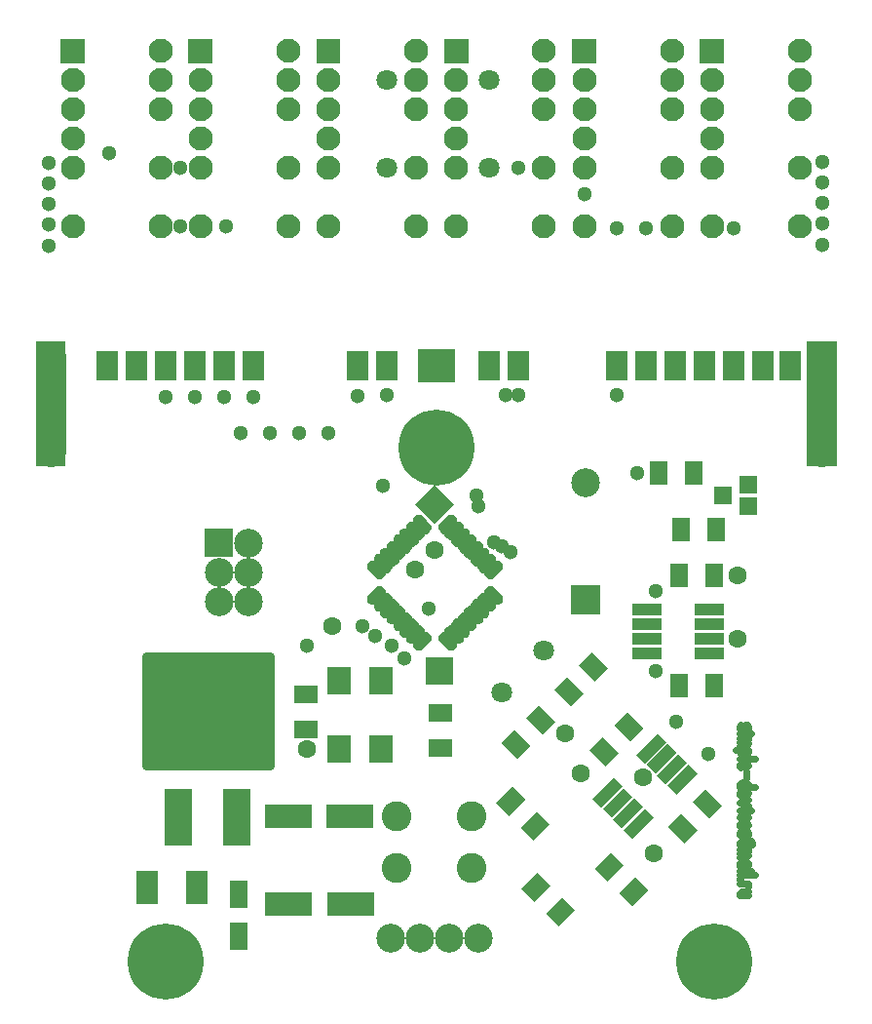
<source format=gbr>
%FSLAX34Y34*%
%MOMM*%
%LNSOLDERMASK_TOP*%
G71*
G01*
%ADD10C, 2.100*%
%ADD11C, 1.300*%
%ADD12C, 1.800*%
%ADD13C, 5.600*%
%ADD14C, 0.400*%
%ADD15C, 1.600*%
%ADD16R, 1.900X2.600*%
%ADD17R, 3.300X3.000*%
%ADD18R, 4.100X2.000*%
%ADD19R, 1.900X2.900*%
%ADD20R, 1.600X2.400*%
%ADD21C, 2.500*%
%ADD22R, 2.000X1.600*%
%ADD23C, 2.500*%
%ADD24R, 2.600X1.100*%
%ADD25R, 2.400X4.900*%
%ADD26C, 0.800*%
%ADD27R, 1.600X2.000*%
%ADD28C, 2.600*%
%ADD29C, 6.600*%
%ADD30C, 2.600*%
%ADD31R, 2.000X2.400*%
%ADD32R, 2.400X2.400*%
%ADD33C, 1.400*%
%ADD34C, 0.567*%
%ADD35R, 1.500X1.500*%
%LPD*%
G36*
X164125Y1421725D02*
X185125Y1421725D01*
X185125Y1400725D01*
X164125Y1400725D01*
X164125Y1421725D01*
G37*
X174625Y1385825D02*
G54D10*
D03*
X174625Y1360425D02*
G54D10*
D03*
X174625Y1309625D02*
G54D10*
D03*
X174625Y1258825D02*
G54D10*
D03*
X250825Y1258825D02*
G54D10*
D03*
X250825Y1309625D02*
G54D10*
D03*
X250825Y1360425D02*
G54D10*
D03*
X250825Y1385825D02*
G54D10*
D03*
X250825Y1411225D02*
G54D10*
D03*
X174625Y1335025D02*
G54D10*
D03*
X647700Y1257237D02*
G54D11*
D03*
X206375Y1322325D02*
G54D11*
D03*
X307975Y1258825D02*
G54D11*
D03*
X619125Y1287400D02*
G54D11*
D03*
X268288Y1258825D02*
G54D11*
D03*
X447675Y1309625D02*
G54D12*
D03*
X447675Y1385825D02*
G54D12*
D03*
X536575Y1309625D02*
G54D12*
D03*
X536575Y1385825D02*
G54D12*
D03*
X561975Y1309625D02*
G54D11*
D03*
X255587Y620650D02*
G54D13*
D03*
G36*
X504603Y893265D02*
X501775Y893265D01*
X493997Y901043D01*
X493996Y902457D01*
X496825Y905286D01*
X498239Y905286D01*
X506017Y897507D01*
X506018Y894679D01*
X504603Y893265D01*
G37*
G54D14*
X504603Y893265D02*
X501775Y893265D01*
X493997Y901043D01*
X493996Y902457D01*
X496825Y905286D01*
X498239Y905286D01*
X506017Y897507D01*
X506018Y894679D01*
X504603Y893265D01*
G36*
X510260Y898922D02*
X507432Y898922D01*
X499654Y906700D01*
X499654Y908114D01*
X502482Y910943D01*
X503896Y910942D01*
X511674Y903164D01*
X511674Y900336D01*
X510260Y898922D01*
G37*
G54D14*
X510260Y898922D02*
X507432Y898922D01*
X499654Y906700D01*
X499654Y908114D01*
X502482Y910943D01*
X503896Y910942D01*
X511674Y903164D01*
X511674Y900336D01*
X510260Y898922D01*
G36*
X499294Y893618D02*
X492936Y899988D01*
X499306Y906346D01*
X505664Y899976D01*
X499294Y893618D01*
G37*
G36*
X504950Y899275D02*
X498593Y905645D01*
X504963Y912003D01*
X511321Y905633D01*
X504950Y899275D01*
G37*
G36*
X515917Y904578D02*
X513088Y904578D01*
X505310Y912357D01*
X505310Y913771D01*
X508139Y916599D01*
X509553Y916599D01*
X517331Y908821D01*
X517331Y905993D01*
X515917Y904578D01*
G37*
G54D14*
X515917Y904578D02*
X513088Y904578D01*
X505310Y912357D01*
X505310Y913771D01*
X508139Y916599D01*
X509553Y916599D01*
X517331Y908821D01*
X517331Y905993D01*
X515917Y904578D01*
G36*
X521574Y910235D02*
X518745Y910235D01*
X510967Y918014D01*
X510967Y919428D01*
X513796Y922256D01*
X515210Y922256D01*
X522988Y914478D01*
X522988Y911650D01*
X521574Y910235D01*
G37*
G54D14*
X521574Y910235D02*
X518745Y910235D01*
X510967Y918014D01*
X510967Y919428D01*
X513796Y922256D01*
X515210Y922256D01*
X522988Y914478D01*
X522988Y911650D01*
X521574Y910235D01*
G36*
X510608Y904932D02*
X504250Y911302D01*
X510619Y917660D01*
X516977Y911290D01*
X510608Y904932D01*
G37*
G36*
X516264Y910589D02*
X509907Y916960D01*
X516277Y923317D01*
X522634Y916946D01*
X516264Y910589D01*
G37*
G36*
X527231Y915892D02*
X524402Y915892D01*
X516624Y923670D01*
X516624Y925085D01*
X519452Y927913D01*
X520867Y927913D01*
X528645Y920135D01*
X528645Y917306D01*
X527231Y915892D01*
G37*
G54D14*
X527231Y915892D02*
X524402Y915892D01*
X516624Y923670D01*
X516624Y925085D01*
X519452Y927913D01*
X520867Y927913D01*
X528645Y920135D01*
X528645Y917306D01*
X527231Y915892D01*
G36*
X532888Y921549D02*
X530059Y921549D01*
X522281Y929327D01*
X522281Y930741D01*
X525109Y933570D01*
X526524Y933570D01*
X534302Y925792D01*
X534302Y922963D01*
X532888Y921549D01*
G37*
G54D14*
X532888Y921549D02*
X530059Y921549D01*
X522281Y929327D01*
X522281Y930741D01*
X525109Y933570D01*
X526524Y933570D01*
X534302Y925792D01*
X534302Y922963D01*
X532888Y921549D01*
G36*
X521920Y916246D02*
X515563Y922617D01*
X521935Y928974D01*
X528291Y922602D01*
X521920Y916246D01*
G37*
G36*
X527584Y921903D02*
X521220Y928266D01*
X527584Y934631D01*
X533948Y928267D01*
X527584Y921903D01*
G37*
G36*
X538544Y927206D02*
X535716Y927206D01*
X527938Y934984D01*
X527938Y936398D01*
X530766Y939227D01*
X532180Y939227D01*
X539958Y931449D01*
X539959Y928620D01*
X538544Y927206D01*
G37*
G54D14*
X538544Y927206D02*
X535716Y927206D01*
X527938Y934984D01*
X527938Y936398D01*
X530766Y939227D01*
X532180Y939227D01*
X539958Y931449D01*
X539959Y928620D01*
X538544Y927206D01*
G36*
X544201Y932863D02*
X541373Y932863D01*
X533595Y940641D01*
X533595Y942055D01*
X536423Y944884D01*
X537837Y944884D01*
X545615Y937105D01*
X545616Y934277D01*
X544201Y932863D01*
G37*
G54D14*
X544201Y932863D02*
X541373Y932863D01*
X533595Y940641D01*
X533595Y942055D01*
X536423Y944884D01*
X537837Y944884D01*
X545615Y937105D01*
X545616Y934277D01*
X544201Y932863D01*
G36*
X533241Y927559D02*
X526877Y933923D01*
X533241Y940287D01*
X539605Y933923D01*
X533241Y927559D01*
G37*
G36*
X538898Y933216D02*
X532534Y939580D01*
X538898Y945944D01*
X545262Y939580D01*
X538898Y933216D01*
G37*
G36*
X432478Y934277D02*
X432478Y937105D01*
X440256Y944884D01*
X441671Y944884D01*
X444499Y942055D01*
X444499Y940641D01*
X436721Y932863D01*
X433893Y932863D01*
X432478Y934277D01*
G37*
G54D14*
X432478Y934277D02*
X432478Y937105D01*
X440256Y944884D01*
X441671Y944884D01*
X444499Y942055D01*
X444499Y940641D01*
X436721Y932863D01*
X433893Y932863D01*
X432478Y934277D01*
G36*
X438135Y928620D02*
X438135Y931449D01*
X445914Y939227D01*
X447328Y939227D01*
X450156Y936398D01*
X450156Y934984D01*
X442378Y927206D01*
X439549Y927206D01*
X438135Y928620D01*
G37*
G54D14*
X438135Y928620D02*
X438135Y931449D01*
X445914Y939227D01*
X447328Y939227D01*
X450156Y936398D01*
X450156Y934984D01*
X442378Y927206D01*
X439549Y927206D01*
X438135Y928620D01*
G36*
X432832Y939573D02*
X439188Y945944D01*
X445560Y939588D01*
X439204Y933216D01*
X432832Y939573D01*
G37*
G36*
X438489Y933916D02*
X444845Y940287D01*
X451217Y933931D01*
X444860Y927559D01*
X438489Y933916D01*
G37*
G36*
X443792Y922963D02*
X443792Y925792D01*
X451570Y933570D01*
X452984Y933570D01*
X455813Y930741D01*
X455813Y929327D01*
X448035Y921549D01*
X445206Y921549D01*
X443792Y922963D01*
G37*
G54D14*
X443792Y922963D02*
X443792Y925792D01*
X451570Y933570D01*
X452984Y933570D01*
X455813Y930741D01*
X455813Y929327D01*
X448035Y921549D01*
X445206Y921549D01*
X443792Y922963D01*
G36*
X449449Y917306D02*
X449449Y920135D01*
X457227Y927913D01*
X458641Y927913D01*
X461470Y925085D01*
X461470Y923670D01*
X453692Y915892D01*
X450863Y915892D01*
X449449Y917306D01*
G37*
G54D14*
X449449Y917306D02*
X449449Y920135D01*
X457227Y927913D01*
X458641Y927913D01*
X461470Y925085D01*
X461470Y923670D01*
X453692Y915892D01*
X450863Y915892D01*
X449449Y917306D01*
G36*
X444146Y928259D02*
X450502Y934631D01*
X456874Y928274D01*
X450517Y921903D01*
X444146Y928259D01*
G37*
G36*
X449802Y922602D02*
X456159Y928974D01*
X462530Y922618D01*
X456174Y916246D01*
X449802Y922602D01*
G37*
G36*
X455106Y911650D02*
X455106Y914478D01*
X462884Y922256D01*
X464298Y922256D01*
X467127Y919428D01*
X467127Y918014D01*
X459348Y910235D01*
X456520Y910235D01*
X455106Y911650D01*
G37*
G54D14*
X455106Y911650D02*
X455106Y914478D01*
X462884Y922256D01*
X464298Y922256D01*
X467127Y919428D01*
X467127Y918014D01*
X459348Y910235D01*
X456520Y910235D01*
X455106Y911650D01*
G36*
X460763Y905993D02*
X460763Y908821D01*
X468541Y916599D01*
X469955Y916599D01*
X472784Y913771D01*
X472784Y912357D01*
X465005Y904578D01*
X462177Y904578D01*
X460763Y905993D01*
G37*
G54D14*
X460763Y905993D02*
X460763Y908821D01*
X468541Y916599D01*
X469955Y916599D01*
X472784Y913771D01*
X472784Y912357D01*
X465005Y904578D01*
X462177Y904578D01*
X460763Y905993D01*
G36*
X455459Y916945D02*
X461816Y923317D01*
X468187Y916960D01*
X461831Y910589D01*
X455459Y916945D01*
G37*
G36*
X461116Y911288D02*
X467472Y917660D01*
X473844Y911304D01*
X467488Y904932D01*
X461116Y911288D01*
G37*
G36*
X466419Y900336D02*
X466419Y903164D01*
X474198Y910942D01*
X475612Y910942D01*
X478440Y908114D01*
X478440Y906700D01*
X470662Y898922D01*
X467834Y898922D01*
X466419Y900336D01*
G37*
G54D14*
X466419Y900336D02*
X466419Y903164D01*
X474198Y910942D01*
X475612Y910942D01*
X478440Y908114D01*
X478440Y906700D01*
X470662Y898922D01*
X467834Y898922D01*
X466419Y900336D01*
G36*
X472076Y894679D02*
X472076Y897507D01*
X479855Y905286D01*
X481269Y905286D01*
X484097Y902457D01*
X484097Y901043D01*
X476319Y893265D01*
X473490Y893265D01*
X472076Y894679D01*
G37*
G54D14*
X472076Y894679D02*
X472076Y897507D01*
X479855Y905286D01*
X481269Y905286D01*
X484097Y902457D01*
X484097Y901043D01*
X476319Y893265D01*
X473490Y893265D01*
X472076Y894679D01*
G36*
X466773Y905631D02*
X473129Y912003D01*
X479501Y905647D01*
X473145Y899275D01*
X466773Y905631D01*
G37*
G36*
X472430Y899974D02*
X478786Y906346D01*
X485158Y899990D01*
X478802Y893618D01*
X472430Y899974D01*
G37*
G36*
X473491Y1006402D02*
X476319Y1006402D01*
X484097Y998624D01*
X484097Y997209D01*
X481269Y994381D01*
X479854Y994381D01*
X472076Y1002159D01*
X472076Y1004987D01*
X473491Y1006402D01*
G37*
G54D14*
X473491Y1006402D02*
X476319Y1006402D01*
X484097Y998624D01*
X484097Y997209D01*
X481269Y994381D01*
X479854Y994381D01*
X472076Y1002159D01*
X472076Y1004987D01*
X473491Y1006402D01*
G36*
X467834Y1000745D02*
X470662Y1000745D01*
X478440Y992967D01*
X478440Y991552D01*
X475612Y988724D01*
X474198Y988724D01*
X466420Y996502D01*
X466420Y999331D01*
X467834Y1000745D01*
G37*
G54D14*
X467834Y1000745D02*
X470662Y1000745D01*
X478440Y992967D01*
X478440Y991552D01*
X475612Y988724D01*
X474198Y988724D01*
X466420Y996502D01*
X466420Y999331D01*
X467834Y1000745D01*
G36*
X478794Y1006048D02*
X485158Y999684D01*
X478794Y993320D01*
X472430Y999684D01*
X478794Y1006048D01*
G37*
G36*
X473136Y1000391D02*
X479501Y994028D01*
X473138Y987664D01*
X466773Y994027D01*
X473136Y1000391D01*
G37*
G36*
X462177Y995088D02*
X465005Y995088D01*
X472784Y987310D01*
X472783Y985896D01*
X469955Y983067D01*
X468541Y983067D01*
X460762Y990846D01*
X460763Y993674D01*
X462177Y995088D01*
G37*
G54D14*
X462177Y995088D02*
X465005Y995088D01*
X472784Y987310D01*
X472783Y985896D01*
X469955Y983067D01*
X468541Y983067D01*
X460762Y990846D01*
X460763Y993674D01*
X462177Y995088D01*
G36*
X456520Y989431D02*
X459348Y989431D01*
X467127Y981653D01*
X467126Y980239D01*
X464298Y977411D01*
X462884Y977410D01*
X455106Y985189D01*
X455106Y988017D01*
X456520Y989431D01*
G37*
G54D14*
X456520Y989431D02*
X459348Y989431D01*
X467127Y981653D01*
X467126Y980239D01*
X464298Y977411D01*
X462884Y977410D01*
X455106Y985189D01*
X455106Y988017D01*
X456520Y989431D01*
G36*
X467480Y994734D02*
X473844Y988370D01*
X467480Y982007D01*
X461116Y988371D01*
X467480Y994734D01*
G37*
G36*
X461823Y989078D02*
X468187Y982714D01*
X461823Y976350D01*
X455459Y982714D01*
X461823Y989078D01*
G37*
G36*
X450863Y983774D02*
X453691Y983775D01*
X461470Y975996D01*
X461470Y974582D01*
X458641Y971754D01*
X457227Y971754D01*
X449449Y979532D01*
X449449Y982360D01*
X450863Y983774D01*
G37*
G54D14*
X450863Y983774D02*
X453691Y983775D01*
X461470Y975996D01*
X461470Y974582D01*
X458641Y971754D01*
X457227Y971754D01*
X449449Y979532D01*
X449449Y982360D01*
X450863Y983774D01*
G36*
X445206Y978118D02*
X448035Y978118D01*
X455813Y970339D01*
X455813Y968925D01*
X452984Y966097D01*
X451570Y966097D01*
X443792Y973875D01*
X443792Y976703D01*
X445206Y978118D01*
G37*
G54D14*
X445206Y978118D02*
X448035Y978118D01*
X455813Y970339D01*
X455813Y968925D01*
X452984Y966097D01*
X451570Y966097D01*
X443792Y973875D01*
X443792Y976703D01*
X445206Y978118D01*
G36*
X456166Y983421D02*
X462530Y977057D01*
X456167Y970693D01*
X449802Y977057D01*
X456166Y983421D01*
G37*
G36*
X450517Y977764D02*
X456873Y971392D01*
X450502Y965036D01*
X444146Y971408D01*
X450517Y977764D01*
G37*
G36*
X439550Y972461D02*
X442378Y972461D01*
X450156Y964683D01*
X450156Y963268D01*
X447328Y960440D01*
X445914Y960440D01*
X438135Y968218D01*
X438135Y971046D01*
X439550Y972461D01*
G37*
G54D14*
X439550Y972461D02*
X442378Y972461D01*
X450156Y964683D01*
X450156Y963268D01*
X447328Y960440D01*
X445914Y960440D01*
X438135Y968218D01*
X438135Y971046D01*
X439550Y972461D01*
G36*
X433893Y966804D02*
X436721Y966804D01*
X444499Y959026D01*
X444499Y957611D01*
X441671Y954783D01*
X440257Y954783D01*
X432478Y962561D01*
X432479Y965390D01*
X433893Y966804D01*
G37*
G54D14*
X433893Y966804D02*
X436721Y966804D01*
X444499Y959026D01*
X444499Y957611D01*
X441671Y954783D01*
X440257Y954783D01*
X432478Y962561D01*
X432479Y965390D01*
X433893Y966804D01*
G36*
X444860Y972107D02*
X451217Y965736D01*
X444845Y959379D01*
X438489Y965751D01*
X444860Y972107D01*
G37*
G36*
X439204Y966450D02*
X445560Y960079D01*
X439188Y953723D01*
X432832Y960094D01*
X439204Y966450D01*
G37*
G36*
X545615Y965390D02*
X545615Y962561D01*
X537837Y954783D01*
X536423Y954783D01*
X533595Y957612D01*
X533595Y959026D01*
X541373Y966804D01*
X544201Y966804D01*
X545615Y965390D01*
G37*
G54D14*
X545615Y965390D02*
X545615Y962561D01*
X537837Y954783D01*
X536423Y954783D01*
X533595Y957612D01*
X533595Y959026D01*
X541373Y966804D01*
X544201Y966804D01*
X545615Y965390D01*
G36*
X539958Y971046D02*
X539958Y968218D01*
X532180Y960440D01*
X530766Y960440D01*
X527938Y963268D01*
X527938Y964683D01*
X535716Y972460D01*
X538544Y972461D01*
X539958Y971046D01*
G37*
G54D14*
X539958Y971046D02*
X539958Y968218D01*
X532180Y960440D01*
X530766Y960440D01*
X527938Y963268D01*
X527938Y964683D01*
X535716Y972460D01*
X538544Y972461D01*
X539958Y971046D01*
G36*
X545262Y960087D02*
X538898Y953723D01*
X532534Y960086D01*
X538898Y966450D01*
X545262Y960087D01*
G37*
G36*
X539605Y965743D02*
X533241Y959379D01*
X526877Y965743D01*
X533241Y972107D01*
X539605Y965743D01*
G37*
G36*
X534302Y976703D02*
X534302Y973875D01*
X526524Y966097D01*
X525109Y966097D01*
X522281Y968925D01*
X522281Y970339D01*
X530059Y978118D01*
X532887Y978117D01*
X534302Y976703D01*
G37*
G54D14*
X534302Y976703D02*
X534302Y973875D01*
X526524Y966097D01*
X525109Y966097D01*
X522281Y968925D01*
X522281Y970339D01*
X530059Y978118D01*
X532887Y978117D01*
X534302Y976703D01*
G36*
X528645Y982360D02*
X528645Y979532D01*
X520867Y971753D01*
X519452Y971754D01*
X516624Y974582D01*
X516624Y975996D01*
X524402Y983774D01*
X527231Y983774D01*
X528645Y982360D01*
G37*
G54D14*
X528645Y982360D02*
X528645Y979532D01*
X520867Y971753D01*
X519452Y971754D01*
X516624Y974582D01*
X516624Y975996D01*
X524402Y983774D01*
X527231Y983774D01*
X528645Y982360D01*
G36*
X533948Y971400D02*
X527584Y965036D01*
X521220Y971400D01*
X527584Y977764D01*
X533948Y971400D01*
G37*
G36*
X528291Y977057D02*
X521927Y970693D01*
X515563Y977057D01*
X521927Y983421D01*
X528291Y977057D01*
G37*
G36*
X522988Y988017D02*
X522988Y985188D01*
X515210Y977411D01*
X513796Y977410D01*
X510967Y980239D01*
X510967Y981653D01*
X518745Y989431D01*
X521574Y989431D01*
X522988Y988017D01*
G37*
G54D14*
X522988Y988017D02*
X522988Y985188D01*
X515210Y977411D01*
X513796Y977410D01*
X510967Y980239D01*
X510967Y981653D01*
X518745Y989431D01*
X521574Y989431D01*
X522988Y988017D01*
G36*
X517331Y993674D02*
X517331Y990846D01*
X509553Y983067D01*
X508139Y983067D01*
X505310Y985896D01*
X505310Y987310D01*
X513088Y995088D01*
X515917Y995088D01*
X517331Y993674D01*
G37*
G54D14*
X517331Y993674D02*
X517331Y990846D01*
X509553Y983067D01*
X508139Y983067D01*
X505310Y985896D01*
X505310Y987310D01*
X513088Y995088D01*
X515917Y995088D01*
X517331Y993674D01*
G36*
X522634Y982714D02*
X516271Y976350D01*
X509906Y982714D01*
X516270Y989078D01*
X522634Y982714D01*
G37*
G36*
X516978Y988370D02*
X510614Y982007D01*
X504250Y988371D01*
X510614Y994734D01*
X516978Y988370D01*
G37*
G36*
X511674Y999331D02*
X511674Y996502D01*
X503896Y988724D01*
X502482Y988724D01*
X499653Y991553D01*
X499653Y992967D01*
X507432Y1000745D01*
X510260Y1000745D01*
X511674Y999331D01*
G37*
G54D14*
X511674Y999331D02*
X511674Y996502D01*
X503896Y988724D01*
X502482Y988724D01*
X499653Y991553D01*
X499653Y992967D01*
X507432Y1000745D01*
X510260Y1000745D01*
X511674Y999331D01*
G36*
X506017Y1004987D02*
X506017Y1002159D01*
X498239Y994381D01*
X496825Y994381D01*
X493997Y997209D01*
X493997Y998624D01*
X501775Y1006402D01*
X504603Y1006402D01*
X506017Y1004987D01*
G37*
G54D14*
X506017Y1004987D02*
X506017Y1002159D01*
X498239Y994381D01*
X496825Y994381D01*
X493997Y997209D01*
X493997Y998624D01*
X501775Y1006402D01*
X504603Y1006402D01*
X506017Y1004987D01*
G36*
X511321Y994028D02*
X504957Y987664D01*
X498593Y994027D01*
X504956Y1000391D01*
X511321Y994028D01*
G37*
G36*
X505664Y999685D02*
X499300Y993320D01*
X492936Y999684D01*
X499300Y1006048D01*
X505664Y999685D01*
G37*
X583588Y890333D02*
G54D12*
D03*
X547526Y854271D02*
G54D12*
D03*
G36*
X594070Y829282D02*
X582756Y817968D01*
X568614Y832110D01*
X579927Y843424D01*
X594070Y829282D01*
G37*
G36*
X572574Y807786D02*
X561260Y796472D01*
X547118Y810615D01*
X558432Y821928D01*
X572574Y807786D01*
G37*
G36*
X640178Y875103D02*
X628864Y863789D01*
X614722Y877931D01*
X626036Y889245D01*
X640178Y875103D01*
G37*
G36*
X618682Y853607D02*
X607368Y842293D01*
X593226Y856435D01*
X604540Y867749D01*
X618682Y853607D01*
G37*
X488878Y978286D02*
G54D15*
D03*
X472281Y961231D02*
G54D15*
D03*
X483734Y926790D02*
G54D11*
D03*
X280988Y1138175D02*
G54D16*
D03*
X255588Y1138175D02*
G54D16*
D03*
X230188Y1138175D02*
G54D16*
D03*
X204788Y1138175D02*
G54D16*
D03*
X331788Y1138175D02*
G54D16*
D03*
X306388Y1138175D02*
G54D16*
D03*
X561975Y1138175D02*
G54D16*
D03*
X536575Y1138175D02*
G54D16*
D03*
X447675Y1138175D02*
G54D16*
D03*
X422275Y1138175D02*
G54D16*
D03*
X723900Y1138175D02*
G54D16*
D03*
X698500Y1138175D02*
G54D16*
D03*
X673100Y1138175D02*
G54D16*
D03*
X647700Y1138175D02*
G54D16*
D03*
X774700Y1138175D02*
G54D16*
D03*
X749300Y1138175D02*
G54D16*
D03*
X490537Y1138175D02*
G54D17*
D03*
X602716Y818616D02*
G54D15*
D03*
X554831Y976312D02*
G54D11*
D03*
X490537Y1138175D02*
G54D15*
D03*
X547687Y981075D02*
G54D11*
D03*
X540544Y985044D02*
G54D11*
D03*
X422275Y1112044D02*
G54D11*
D03*
X550862Y1112838D02*
G54D11*
D03*
X561975Y1112838D02*
G54D11*
D03*
X331787Y1111250D02*
G54D11*
D03*
X306388Y1111250D02*
G54D11*
D03*
X280987Y1111250D02*
G54D11*
D03*
X255588Y1111250D02*
G54D11*
D03*
X525462Y1025525D02*
G54D11*
D03*
X527050Y1016000D02*
G54D11*
D03*
X444500Y1033462D02*
G54D11*
D03*
X396875Y1079500D02*
G54D11*
D03*
X731837Y620650D02*
G54D13*
D03*
X490537Y1066738D02*
G54D13*
D03*
X416488Y670569D02*
G54D18*
D03*
X362513Y670569D02*
G54D18*
D03*
X239023Y685224D02*
G54D19*
D03*
X282679Y685225D02*
G54D19*
D03*
X318791Y642673D02*
G54D20*
D03*
X318791Y679185D02*
G54D20*
D03*
X327025Y984250D02*
G54D21*
D03*
G36*
X314125Y996750D02*
X314125Y971750D01*
X289125Y971750D01*
X289125Y996750D01*
X314125Y996750D01*
G37*
X327025Y958850D02*
G54D21*
D03*
X301625Y958850D02*
G54D21*
D03*
X327025Y933450D02*
G54D21*
D03*
X301625Y933450D02*
G54D21*
D03*
G36*
X699184Y765774D02*
X691406Y773552D01*
X709791Y791937D01*
X717569Y784159D01*
X699184Y765774D01*
G37*
G36*
X690204Y774754D02*
X682426Y782532D01*
X700810Y800917D01*
X708589Y793139D01*
X690204Y774754D01*
G37*
G36*
X681224Y783734D02*
X673445Y791512D01*
X691830Y809897D01*
X699608Y802119D01*
X681224Y783734D01*
G37*
G36*
X672243Y792715D02*
X664465Y800493D01*
X682850Y818877D01*
X690628Y811099D01*
X672243Y792715D01*
G37*
G36*
X634059Y754531D02*
X626281Y762309D01*
X644666Y780693D01*
X652444Y772915D01*
X634059Y754531D01*
G37*
G36*
X643040Y745551D02*
X635262Y753329D01*
X653646Y771713D01*
X661425Y763935D01*
X643040Y745551D01*
G37*
G36*
X652020Y736570D02*
X644242Y744348D01*
X662627Y762733D01*
X670405Y754955D01*
X652020Y736570D01*
G37*
G36*
X661000Y727590D02*
X653222Y735368D01*
X671607Y753753D01*
X679385Y745975D01*
X661000Y727590D01*
G37*
G36*
X692015Y737648D02*
X703329Y748961D01*
X717471Y734819D01*
X706157Y723505D01*
X692015Y737648D01*
G37*
G36*
X713511Y759145D02*
X724825Y770458D01*
X738967Y756315D01*
X727653Y745002D01*
X713511Y759145D01*
G37*
X377781Y852792D02*
G54D22*
D03*
X377782Y822392D02*
G54D22*
D03*
G36*
X632771Y947130D02*
X632771Y922130D01*
X607771Y922130D01*
X607771Y947130D01*
X632771Y947130D01*
G37*
X620271Y1036230D02*
G54D23*
D03*
X727528Y888365D02*
G54D24*
D03*
X727528Y901065D02*
G54D24*
D03*
X727528Y913765D02*
G54D24*
D03*
X727528Y926465D02*
G54D24*
D03*
X673528Y926465D02*
G54D24*
D03*
X673528Y913765D02*
G54D24*
D03*
X673528Y901065D02*
G54D24*
D03*
X673528Y888365D02*
G54D24*
D03*
X266700Y746125D02*
G54D25*
D03*
X317500Y746125D02*
G54D25*
D03*
G36*
X238125Y885825D02*
X238125Y790575D01*
X346075Y790575D01*
X346075Y885825D01*
X238125Y885825D01*
G37*
G54D26*
X238125Y885825D02*
X238125Y790575D01*
X346075Y790575D01*
X346075Y885825D01*
X238125Y885825D01*
X415842Y746501D02*
G54D18*
D03*
X361866Y746501D02*
G54D18*
D03*
X377876Y805658D02*
G54D15*
D03*
X371736Y1079500D02*
G54D11*
D03*
X346336Y1079500D02*
G54D11*
D03*
X320936Y1079500D02*
G54D11*
D03*
X752656Y901230D02*
G54D15*
D03*
X699153Y828685D02*
G54D11*
D03*
X727216Y800621D02*
G54D11*
D03*
G36*
X623753Y804323D02*
X635067Y815637D01*
X649208Y801494D01*
X637894Y790181D01*
X623753Y804323D01*
G37*
G36*
X645248Y825819D02*
X656562Y837133D01*
X670704Y822991D01*
X659390Y811677D01*
X645248Y825819D01*
G37*
G36*
X642300Y715501D02*
X653614Y704187D01*
X639471Y690045D01*
X628158Y701359D01*
X642300Y715501D01*
G37*
G36*
X663796Y694005D02*
X675110Y682691D01*
X660967Y668549D01*
X649654Y679863D01*
X663796Y694005D01*
G37*
G36*
X578656Y698109D02*
X589969Y686795D01*
X575826Y672653D01*
X564513Y683967D01*
X578656Y698109D01*
G37*
G36*
X600152Y676613D02*
X611465Y665299D01*
X597323Y651157D01*
X586009Y662471D01*
X600152Y676613D01*
G37*
X679938Y714375D02*
G54D15*
D03*
X616438Y784225D02*
G54D15*
D03*
X701687Y860634D02*
G54D27*
D03*
X732087Y860634D02*
G54D27*
D03*
X701687Y955884D02*
G54D27*
D03*
X732087Y955884D02*
G54D27*
D03*
X681218Y942505D02*
G54D11*
D03*
X681218Y872655D02*
G54D11*
D03*
X437356Y903288D02*
G54D11*
D03*
X426244Y912019D02*
G54D11*
D03*
X451644Y895350D02*
G54D11*
D03*
X462756Y884238D02*
G54D11*
D03*
X493971Y836645D02*
G54D22*
D03*
X493972Y806245D02*
G54D22*
D03*
X377825Y895350D02*
G54D11*
D03*
X400050Y912018D02*
G54D15*
D03*
X450850Y641350D02*
G54D23*
D03*
X476250Y641350D02*
G54D23*
D03*
X501650Y641350D02*
G54D23*
D03*
X527050Y641350D02*
G54D23*
D03*
X456225Y702100D02*
G54D28*
D03*
X521225Y702100D02*
G54D28*
D03*
X521225Y747100D02*
G54D28*
D03*
X456225Y747100D02*
G54D28*
D03*
X456225Y702100D02*
G54D28*
D03*
X521225Y702100D02*
G54D28*
D03*
X527050Y641350D02*
G54D23*
D03*
X327025Y933450D02*
G54D21*
D03*
X670587Y780876D02*
G54D15*
D03*
X620271Y1036229D02*
G54D23*
D03*
G36*
X275250Y1421725D02*
X296250Y1421725D01*
X296250Y1400725D01*
X275250Y1400725D01*
X275250Y1421725D01*
G37*
X285750Y1385825D02*
G54D10*
D03*
X285750Y1360425D02*
G54D10*
D03*
X285750Y1309625D02*
G54D10*
D03*
X285750Y1258825D02*
G54D10*
D03*
X361950Y1258825D02*
G54D10*
D03*
X361950Y1309625D02*
G54D10*
D03*
X361950Y1360425D02*
G54D10*
D03*
X361950Y1385825D02*
G54D10*
D03*
X361950Y1411225D02*
G54D10*
D03*
X285750Y1335025D02*
G54D10*
D03*
G36*
X386375Y1421725D02*
X407375Y1421725D01*
X407375Y1400725D01*
X386375Y1400725D01*
X386375Y1421725D01*
G37*
X396875Y1385825D02*
G54D10*
D03*
X396875Y1360425D02*
G54D10*
D03*
X396875Y1309625D02*
G54D10*
D03*
X396875Y1258825D02*
G54D10*
D03*
X473075Y1258825D02*
G54D10*
D03*
X473075Y1309625D02*
G54D10*
D03*
X473075Y1360425D02*
G54D10*
D03*
X473075Y1385825D02*
G54D10*
D03*
X473075Y1411225D02*
G54D10*
D03*
X396875Y1335025D02*
G54D10*
D03*
G36*
X497500Y1421725D02*
X518500Y1421725D01*
X518500Y1400725D01*
X497500Y1400725D01*
X497500Y1421725D01*
G37*
X508000Y1385825D02*
G54D10*
D03*
X508000Y1360425D02*
G54D10*
D03*
X508000Y1309625D02*
G54D10*
D03*
X508000Y1258825D02*
G54D10*
D03*
X584200Y1258825D02*
G54D10*
D03*
X584200Y1309625D02*
G54D10*
D03*
X584200Y1360425D02*
G54D10*
D03*
X584200Y1385825D02*
G54D10*
D03*
X584200Y1411225D02*
G54D10*
D03*
X508000Y1335025D02*
G54D10*
D03*
G36*
X608625Y1421725D02*
X629625Y1421725D01*
X629625Y1400725D01*
X608625Y1400725D01*
X608625Y1421725D01*
G37*
X619125Y1385825D02*
G54D10*
D03*
X619125Y1360425D02*
G54D10*
D03*
X619125Y1309625D02*
G54D10*
D03*
X619125Y1258825D02*
G54D10*
D03*
X695325Y1258825D02*
G54D10*
D03*
X695325Y1309625D02*
G54D10*
D03*
X695325Y1360425D02*
G54D10*
D03*
X695325Y1385825D02*
G54D10*
D03*
X695325Y1411225D02*
G54D10*
D03*
X619125Y1335025D02*
G54D10*
D03*
G36*
X719750Y1421725D02*
X740750Y1421725D01*
X740750Y1400725D01*
X719750Y1400725D01*
X719750Y1421725D01*
G37*
X730250Y1385825D02*
G54D10*
D03*
X730250Y1360425D02*
G54D10*
D03*
X730250Y1309625D02*
G54D10*
D03*
X730250Y1258825D02*
G54D10*
D03*
X806450Y1258825D02*
G54D10*
D03*
X806450Y1309625D02*
G54D10*
D03*
X806450Y1360425D02*
G54D10*
D03*
X806450Y1385825D02*
G54D10*
D03*
X806450Y1411225D02*
G54D10*
D03*
X730250Y1335025D02*
G54D10*
D03*
X255587Y620650D02*
G54D29*
D03*
X731837Y620650D02*
G54D29*
D03*
X490537Y1066738D02*
G54D29*
D03*
G36*
X505920Y1017589D02*
X488949Y1000618D01*
X471978Y1017588D01*
X488949Y1034559D01*
X505920Y1017589D01*
G37*
X798512Y1138238D02*
G54D16*
D03*
X268288Y1309625D02*
G54D11*
D03*
X749300Y1257237D02*
G54D11*
D03*
X673100Y1257237D02*
G54D11*
D03*
X684224Y1044784D02*
G54D27*
D03*
X714624Y1044784D02*
G54D27*
D03*
X703274Y995571D02*
G54D27*
D03*
X733674Y995572D02*
G54D27*
D03*
X752475Y955675D02*
G54D15*
D03*
X647700Y1112838D02*
G54D11*
D03*
X665163Y1044575D02*
G54D11*
D03*
G54D30*
X825500Y1063562D02*
X825500Y1146112D01*
G36*
X812500Y1063562D02*
X838500Y1063562D01*
X838500Y1050562D01*
X812500Y1050562D01*
X812500Y1063562D01*
G37*
G36*
X838500Y1146112D02*
X812500Y1146112D01*
X812500Y1159112D01*
X838500Y1159112D01*
X838500Y1146112D01*
G37*
X442964Y805658D02*
G54D31*
D03*
X406451Y805658D02*
G54D31*
D03*
X442964Y864396D02*
G54D31*
D03*
X406451Y864395D02*
G54D31*
D03*
X493712Y873126D02*
G54D32*
D03*
G36*
X556575Y772651D02*
X567888Y761337D01*
X553746Y747195D01*
X542433Y758509D01*
X556575Y772651D01*
G37*
G36*
X578071Y751155D02*
X589385Y739841D01*
X575242Y725699D01*
X563929Y737013D01*
X578071Y751155D01*
G37*
X447675Y1112838D02*
G54D11*
D03*
X247381Y876031D02*
G54D11*
D03*
X265381Y876031D02*
G54D11*
D03*
X283381Y876031D02*
G54D11*
D03*
X301381Y876031D02*
G54D11*
D03*
X319381Y876031D02*
G54D11*
D03*
X337381Y876031D02*
G54D11*
D03*
X247381Y858031D02*
G54D11*
D03*
X265381Y858031D02*
G54D11*
D03*
X283381Y858031D02*
G54D11*
D03*
X301381Y858031D02*
G54D11*
D03*
X319381Y858031D02*
G54D11*
D03*
X337381Y858031D02*
G54D11*
D03*
X247381Y840031D02*
G54D11*
D03*
X265381Y840031D02*
G54D11*
D03*
X283381Y840031D02*
G54D11*
D03*
X301381Y840031D02*
G54D11*
D03*
X319381Y840031D02*
G54D11*
D03*
X337381Y840031D02*
G54D11*
D03*
X247381Y822031D02*
G54D11*
D03*
X265381Y822031D02*
G54D11*
D03*
X283381Y822031D02*
G54D11*
D03*
X301381Y822031D02*
G54D11*
D03*
X319381Y822031D02*
G54D11*
D03*
X337381Y822031D02*
G54D11*
D03*
X247381Y804031D02*
G54D11*
D03*
X265381Y804031D02*
G54D11*
D03*
X283381Y804031D02*
G54D11*
D03*
X301381Y804031D02*
G54D11*
D03*
X319381Y804031D02*
G54D11*
D03*
X337381Y804031D02*
G54D11*
D03*
X826294Y1059288D02*
G54D33*
D03*
X826294Y1077288D02*
G54D33*
D03*
X826294Y1095288D02*
G54D33*
D03*
X826294Y1113288D02*
G54D33*
D03*
X826294Y1131288D02*
G54D33*
D03*
X826294Y1149288D02*
G54D33*
D03*
G54D34*
X755150Y826053D02*
X754316Y824719D01*
X754316Y823386D01*
X755150Y822052D01*
X756816Y822052D01*
X757650Y822719D01*
X758483Y825386D01*
X759316Y826052D01*
X760983Y826053D01*
X761816Y824719D01*
X761816Y823386D01*
X760983Y822052D01*
G54D34*
X754316Y818386D02*
X761816Y818386D01*
G54D34*
X764316Y818386D02*
X764316Y818386D01*
G54D34*
X754316Y814718D02*
X761816Y814719D01*
G54D34*
X760483Y814718D02*
X761816Y813385D01*
X761316Y812052D01*
X760150Y811385D01*
X754316Y811385D01*
G54D34*
X760483Y811385D02*
X761816Y810052D01*
X761316Y808718D01*
X760150Y808052D01*
X754316Y808052D01*
G54D34*
X761816Y804385D02*
X750983Y804385D01*
G54D34*
X756816Y804385D02*
X754650Y803718D01*
X754316Y802385D01*
X754650Y801051D01*
X756316Y800384D01*
X759650Y800384D01*
X761316Y801051D01*
X761816Y802385D01*
X761316Y803718D01*
X759316Y804385D01*
G54D34*
X754316Y796718D02*
X767649Y796718D01*
G54D34*
X755150Y789050D02*
X754316Y790117D01*
X754316Y791451D01*
X755149Y792784D01*
X756816Y793051D01*
X759650Y793050D01*
X761316Y792384D01*
X761816Y791051D01*
X761316Y789717D01*
X760149Y789050D01*
X758483Y789050D01*
X758483Y793051D01*
G54D34*
X760150Y785384D02*
X760149Y780050D01*
G54D34*
X754316Y772384D02*
X767650Y772384D01*
G54D34*
X759650Y772384D02*
X761316Y773050D01*
X761816Y774384D01*
X761316Y775717D01*
X759650Y776384D01*
X756316Y776384D01*
X754650Y775717D01*
X754316Y774384D01*
X754649Y773050D01*
X756316Y772384D01*
G54D34*
X755150Y764716D02*
X754316Y765783D01*
X754316Y767116D01*
X755149Y768450D01*
X756816Y768716D01*
X759650Y768717D01*
X761316Y768050D01*
X761816Y766716D01*
X761316Y765383D01*
X760150Y764717D01*
X758483Y764717D01*
X758483Y768716D01*
G54D34*
X761816Y761050D02*
X754316Y758383D01*
X761816Y755716D01*
G54D34*
X754316Y752050D02*
X761816Y752050D01*
G54D34*
X764316Y752050D02*
X764316Y752050D01*
G54D34*
X761316Y745049D02*
X761816Y746383D01*
X761316Y747716D01*
X759650Y748383D01*
X756316Y748383D01*
X754650Y747716D01*
X754316Y746383D01*
X754650Y745049D01*
G54D34*
X755149Y737383D02*
X754316Y738449D01*
X754316Y739782D01*
X755149Y741116D01*
X756816Y741382D01*
X759650Y741383D01*
X761316Y740716D01*
X761816Y739383D01*
X761316Y738049D01*
X760150Y737383D01*
X758483Y737383D01*
X758483Y741383D01*
G54D34*
X755150Y733716D02*
X754316Y732382D01*
X754316Y731049D01*
X755150Y729716D01*
X756816Y729716D01*
X757650Y730382D01*
X758483Y733049D01*
X759316Y733716D01*
X760983Y733716D01*
X761816Y732382D01*
X761816Y731049D01*
X760983Y729716D01*
G54D34*
X755483Y721382D02*
X754316Y722315D01*
X754316Y724048D01*
X755483Y725248D01*
X757316Y726049D01*
X762150Y726049D01*
X763983Y725249D01*
X764816Y724048D01*
X764816Y722315D01*
X763316Y721382D01*
X757983Y721382D01*
G54D34*
X759983Y721649D02*
X761316Y721782D01*
X762149Y723115D01*
X761316Y724048D01*
X759983Y724315D01*
X758483Y724049D01*
X757650Y723115D01*
X758483Y721782D01*
X759983Y721649D01*
G54D34*
X754316Y717714D02*
X761816Y717715D01*
G54D34*
X760483Y717714D02*
X761816Y716381D01*
X761316Y715048D01*
X760150Y714381D01*
X754316Y714381D01*
G54D34*
X760483Y714381D02*
X761816Y713048D01*
X761316Y711714D01*
X760149Y711048D01*
X754316Y711048D01*
G54D34*
X760983Y707381D02*
X761816Y706047D01*
X761816Y704447D01*
X760150Y703380D01*
X754316Y703381D01*
G54D34*
X756816Y703380D02*
X758483Y704047D01*
X758816Y705380D01*
X758483Y706714D01*
X756816Y707381D01*
X755150Y707114D01*
X754316Y706047D01*
X754316Y705380D01*
X754316Y705114D01*
X755149Y704047D01*
X756816Y703380D01*
G54D34*
X754316Y699714D02*
X761816Y699714D01*
G54D34*
X764316Y699714D02*
X764316Y699714D01*
G54D34*
X754316Y696047D02*
X767649Y696047D01*
G54D34*
X754316Y691846D02*
X754316Y692380D01*
X754983Y692380D01*
X754983Y691846D01*
X754316Y691846D01*
X754316Y692380D01*
G54D34*
X754316Y688180D02*
X761816Y688180D01*
G54D34*
X760149Y688180D02*
X761816Y686846D01*
X761816Y685513D01*
G54D34*
X761816Y677846D02*
X754316Y677846D01*
G54D34*
X755983Y677846D02*
X754650Y678512D01*
X754316Y679846D01*
X754650Y681179D01*
X755983Y681846D01*
X761816Y681846D01*
X153988Y1314388D02*
G54D11*
D03*
X153988Y1296388D02*
G54D11*
D03*
X153988Y1278388D02*
G54D11*
D03*
X153988Y1260388D02*
G54D11*
D03*
X153988Y1242388D02*
G54D11*
D03*
X826294Y1315181D02*
G54D11*
D03*
X826294Y1297181D02*
G54D11*
D03*
X826294Y1279181D02*
G54D11*
D03*
X826294Y1261181D02*
G54D11*
D03*
X826294Y1243181D02*
G54D11*
D03*
X761975Y1035025D02*
G54D35*
D03*
X761975Y1016025D02*
G54D35*
D03*
X739775Y1025525D02*
G54D35*
D03*
G54D30*
X155575Y1063562D02*
X155575Y1146112D01*
G36*
X142575Y1063562D02*
X168575Y1063562D01*
X168575Y1050562D01*
X142575Y1050562D01*
X142575Y1063562D01*
G37*
G36*
X168575Y1146112D02*
X142575Y1146112D01*
X142575Y1159112D01*
X168575Y1159112D01*
X168575Y1146112D01*
G37*
X156370Y1059288D02*
G54D33*
D03*
X156370Y1077288D02*
G54D33*
D03*
X156370Y1095288D02*
G54D33*
D03*
X156370Y1113288D02*
G54D33*
D03*
X156370Y1131288D02*
G54D33*
D03*
X156370Y1149288D02*
G54D33*
D03*
M02*

</source>
